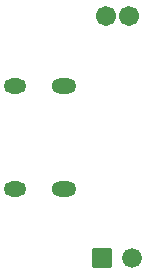
<source format=gbs>
G04 Layer: BottomSolderMaskLayer*
G04 EasyEDA v6.5.42, 2024-03-29 10:36:03*
G04 c5ab252c28e54aca980d21198c282c72,1c81c61d082a4d45aadf05aca8bab00c,10*
G04 Gerber Generator version 0.2*
G04 Scale: 100 percent, Rotated: No, Reflected: No *
G04 Dimensions in millimeters *
G04 leading zeros omitted , absolute positions ,4 integer and 5 decimal *
%FSLAX45Y45*%
%MOMM*%

%AMMACRO1*1,1,$1,$2,$3*1,1,$1,$4,$5*1,1,$1,0-$2,0-$3*1,1,$1,0-$4,0-$5*20,1,$1,$2,$3,$4,$5,0*20,1,$1,$4,$5,0-$2,0-$3,0*20,1,$1,0-$2,0-$3,0-$4,0-$5,0*20,1,$1,0-$4,0-$5,$2,$3,0*4,1,4,$2,$3,$4,$5,0-$2,0-$3,0-$4,0-$5,$2,$3,0*%
%ADD10C,1.7016*%
%ADD11MACRO1,0.1016X0.7874X0.7874X0.7874X-0.7874*%
%ADD12C,1.6764*%
%ADD13O,1.9015964X1.3015976000000002*%
%ADD14O,2.1015960000000002X1.3015976000000002*%

%LPD*%
D10*
G01*
X1369923Y5778500D03*
G01*
X1169923Y5778500D03*
D11*
G01*
X1143000Y3733800D03*
D12*
G01*
X1397000Y3733800D03*
D13*
G01*
X400304Y4317288D03*
D14*
G01*
X818286Y4317288D03*
G01*
X818286Y5182311D03*
D13*
G01*
X400304Y5182311D03*
M02*

</source>
